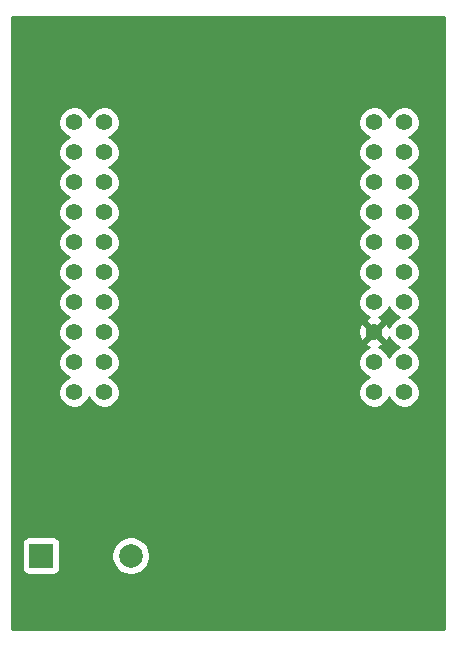
<source format=gbl>
%TF.GenerationSoftware,KiCad,Pcbnew,(5.1.9-0-10_14)*%
%TF.CreationDate,2021-02-20T18:52:58-05:00*%
%TF.ProjectId,beep_prototype,62656570-5f70-4726-9f74-6f747970652e,rev?*%
%TF.SameCoordinates,Original*%
%TF.FileFunction,Copper,L2,Bot*%
%TF.FilePolarity,Positive*%
%FSLAX46Y46*%
G04 Gerber Fmt 4.6, Leading zero omitted, Abs format (unit mm)*
G04 Created by KiCad (PCBNEW (5.1.9-0-10_14)) date 2021-02-20 18:52:58*
%MOMM*%
%LPD*%
G01*
G04 APERTURE LIST*
%TA.AperFunction,ComponentPad*%
%ADD10C,1.400000*%
%TD*%
%TA.AperFunction,ComponentPad*%
%ADD11C,2.000000*%
%TD*%
%TA.AperFunction,ComponentPad*%
%ADD12R,2.000000X2.000000*%
%TD*%
%TA.AperFunction,Conductor*%
%ADD13C,0.254000*%
%TD*%
%TA.AperFunction,Conductor*%
%ADD14C,0.100000*%
%TD*%
G04 APERTURE END LIST*
D10*
%TO.P,ESP32 DI Mini,2*%
%TO.N,Net-(U1-Pad2)*%
X132355000Y-85225000D03*
%TO.P,ESP32 DI Mini,1*%
%TO.N,GND*%
X129815000Y-85225000D03*
%TO.P,ESP32 DI Mini,3*%
%TO.N,Net-(U1-Pad3)*%
X129815000Y-87765000D03*
%TO.P,ESP32 DI Mini,4*%
%TO.N,Net-(U1-Pad4)*%
X132355000Y-87765000D03*
%TO.P,ESP32 DI Mini,5*%
%TO.N,Net-(U1-Pad5)*%
X129815000Y-90305000D03*
%TO.P,ESP32 DI Mini,6*%
%TO.N,Net-(U1-Pad6)*%
X132355000Y-90305000D03*
%TO.P,ESP32 DI Mini,7*%
%TO.N,Net-(U1-Pad7)*%
X129815000Y-92845000D03*
%TO.P,ESP32 DI Mini,8*%
%TO.N,Net-(U1-Pad8)*%
X132355000Y-92845000D03*
%TO.P,ESP32 DI Mini,9*%
%TO.N,Net-(U1-Pad9)*%
X129815000Y-95385000D03*
%TO.P,ESP32 DI Mini,10*%
%TO.N,Net-(U1-Pad10)*%
X132355000Y-95385000D03*
%TO.P,ESP32 DI Mini,11*%
%TO.N,Net-(U1-Pad11)*%
X129815000Y-97925000D03*
%TO.P,ESP32 DI Mini,12*%
%TO.N,Net-(U1-Pad12)*%
X132355000Y-97925000D03*
%TO.P,ESP32 DI Mini,13*%
%TO.N,Net-(U1-Pad13)*%
X129815000Y-100465000D03*
%TO.P,ESP32 DI Mini,14*%
%TO.N,Net-(U1-Pad14)*%
X132355000Y-100465000D03*
%TO.P,ESP32 DI Mini,15*%
%TO.N,Net-(U1-Pad15)*%
X129815000Y-103005000D03*
%TO.P,ESP32 DI Mini,16*%
%TO.N,Net-(U1-Pad16)*%
X132355000Y-103005000D03*
%TO.P,ESP32 DI Mini,17*%
%TO.N,Net-(U1-Pad17)*%
X129815000Y-105545000D03*
%TO.P,ESP32 DI Mini,18*%
%TO.N,Net-(U1-Pad18)*%
X132355000Y-105545000D03*
%TO.P,ESP32 DI Mini,19*%
%TO.N,Net-(U1-Pad19)*%
X129815000Y-108085000D03*
%TO.P,ESP32 DI Mini,20*%
%TO.N,Net-(U1-Pad20)*%
X132355000Y-108085000D03*
%TO.P,ESP32 DI Mini,21*%
%TO.N,Net-(U1-Pad21)*%
X155215000Y-85225000D03*
%TO.P,ESP32 DI Mini,22*%
%TO.N,GND*%
X157755000Y-85225000D03*
%TO.P,ESP32 DI Mini,23*%
%TO.N,Net-(U1-Pad23)*%
X155215000Y-87765000D03*
%TO.P,ESP32 DI Mini,24*%
%TO.N,Net-(U1-Pad24)*%
X157755000Y-87765000D03*
%TO.P,ESP32 DI Mini,25*%
%TO.N,Net-(U1-Pad25)*%
X155215000Y-90305000D03*
%TO.P,ESP32 DI Mini,26*%
%TO.N,Net-(U1-Pad26)*%
X157755000Y-90305000D03*
%TO.P,ESP32 DI Mini,27*%
%TO.N,Net-(SW1-Pad2)*%
X155215000Y-92845000D03*
%TO.P,ESP32 DI Mini,28*%
%TO.N,Net-(U1-Pad28)*%
X157755000Y-92845000D03*
%TO.P,ESP32 DI Mini,29*%
%TO.N,Net-(U1-Pad29)*%
X155215000Y-95385000D03*
%TO.P,ESP32 DI Mini,30*%
%TO.N,Net-(U1-Pad30)*%
X157755000Y-95385000D03*
%TO.P,ESP32 DI Mini,31*%
%TO.N,Net-(U1-Pad31)*%
X155215000Y-97925000D03*
%TO.P,ESP32 DI Mini,32*%
%TO.N,Net-(U1-Pad32)*%
X157755000Y-97925000D03*
%TO.P,ESP32 DI Mini,33*%
%TO.N,GND*%
X155215000Y-100465000D03*
%TO.P,ESP32 DI Mini,34*%
%TO.N,Net-(BZ1-Pad1)*%
X157755000Y-100465000D03*
%TO.P,ESP32 DI Mini,35*%
%TO.N,+5V*%
X155215000Y-103005000D03*
%TO.P,ESP32 DI Mini,36*%
%TO.N,Net-(U1-Pad36)*%
X157755000Y-103005000D03*
%TO.P,ESP32 DI Mini,37*%
%TO.N,Net-(U1-Pad37)*%
X155215000Y-105545000D03*
%TO.P,ESP32 DI Mini,38*%
%TO.N,Net-(U1-Pad38)*%
X157755000Y-105545000D03*
%TO.P,ESP32 DI Mini,39*%
%TO.N,Net-(U1-Pad39)*%
X155215000Y-108085000D03*
%TO.P,ESP32 DI Mini,40*%
%TO.N,Net-(U1-Pad40)*%
X157755000Y-108085000D03*
%TD*%
D11*
%TO.P,BZ1,2*%
%TO.N,GND*%
X134600000Y-121920000D03*
D12*
%TO.P,BZ1,1*%
%TO.N,Net-(BZ1-Pad1)*%
X127000000Y-121920000D03*
%TD*%
D13*
%TO.N,+5V*%
X161163000Y-128143000D02*
X124587000Y-128143000D01*
X124587000Y-120920000D01*
X125361928Y-120920000D01*
X125361928Y-122920000D01*
X125374188Y-123044482D01*
X125410498Y-123164180D01*
X125469463Y-123274494D01*
X125548815Y-123371185D01*
X125645506Y-123450537D01*
X125755820Y-123509502D01*
X125875518Y-123545812D01*
X126000000Y-123558072D01*
X128000000Y-123558072D01*
X128124482Y-123545812D01*
X128244180Y-123509502D01*
X128354494Y-123450537D01*
X128451185Y-123371185D01*
X128530537Y-123274494D01*
X128589502Y-123164180D01*
X128625812Y-123044482D01*
X128638072Y-122920000D01*
X128638072Y-121758967D01*
X132965000Y-121758967D01*
X132965000Y-122081033D01*
X133027832Y-122396912D01*
X133151082Y-122694463D01*
X133330013Y-122962252D01*
X133557748Y-123189987D01*
X133825537Y-123368918D01*
X134123088Y-123492168D01*
X134438967Y-123555000D01*
X134761033Y-123555000D01*
X135076912Y-123492168D01*
X135374463Y-123368918D01*
X135642252Y-123189987D01*
X135869987Y-122962252D01*
X136048918Y-122694463D01*
X136172168Y-122396912D01*
X136235000Y-122081033D01*
X136235000Y-121758967D01*
X136172168Y-121443088D01*
X136048918Y-121145537D01*
X135869987Y-120877748D01*
X135642252Y-120650013D01*
X135374463Y-120471082D01*
X135076912Y-120347832D01*
X134761033Y-120285000D01*
X134438967Y-120285000D01*
X134123088Y-120347832D01*
X133825537Y-120471082D01*
X133557748Y-120650013D01*
X133330013Y-120877748D01*
X133151082Y-121145537D01*
X133027832Y-121443088D01*
X132965000Y-121758967D01*
X128638072Y-121758967D01*
X128638072Y-120920000D01*
X128625812Y-120795518D01*
X128589502Y-120675820D01*
X128530537Y-120565506D01*
X128451185Y-120468815D01*
X128354494Y-120389463D01*
X128244180Y-120330498D01*
X128124482Y-120294188D01*
X128000000Y-120281928D01*
X126000000Y-120281928D01*
X125875518Y-120294188D01*
X125755820Y-120330498D01*
X125645506Y-120389463D01*
X125548815Y-120468815D01*
X125469463Y-120565506D01*
X125410498Y-120675820D01*
X125374188Y-120795518D01*
X125361928Y-120920000D01*
X124587000Y-120920000D01*
X124587000Y-85093514D01*
X128480000Y-85093514D01*
X128480000Y-85356486D01*
X128531304Y-85614405D01*
X128631939Y-85857359D01*
X128778038Y-86076013D01*
X128963987Y-86261962D01*
X129182641Y-86408061D01*
X129392530Y-86495000D01*
X129182641Y-86581939D01*
X128963987Y-86728038D01*
X128778038Y-86913987D01*
X128631939Y-87132641D01*
X128531304Y-87375595D01*
X128480000Y-87633514D01*
X128480000Y-87896486D01*
X128531304Y-88154405D01*
X128631939Y-88397359D01*
X128778038Y-88616013D01*
X128963987Y-88801962D01*
X129182641Y-88948061D01*
X129392530Y-89035000D01*
X129182641Y-89121939D01*
X128963987Y-89268038D01*
X128778038Y-89453987D01*
X128631939Y-89672641D01*
X128531304Y-89915595D01*
X128480000Y-90173514D01*
X128480000Y-90436486D01*
X128531304Y-90694405D01*
X128631939Y-90937359D01*
X128778038Y-91156013D01*
X128963987Y-91341962D01*
X129182641Y-91488061D01*
X129392530Y-91575000D01*
X129182641Y-91661939D01*
X128963987Y-91808038D01*
X128778038Y-91993987D01*
X128631939Y-92212641D01*
X128531304Y-92455595D01*
X128480000Y-92713514D01*
X128480000Y-92976486D01*
X128531304Y-93234405D01*
X128631939Y-93477359D01*
X128778038Y-93696013D01*
X128963987Y-93881962D01*
X129182641Y-94028061D01*
X129392530Y-94115000D01*
X129182641Y-94201939D01*
X128963987Y-94348038D01*
X128778038Y-94533987D01*
X128631939Y-94752641D01*
X128531304Y-94995595D01*
X128480000Y-95253514D01*
X128480000Y-95516486D01*
X128531304Y-95774405D01*
X128631939Y-96017359D01*
X128778038Y-96236013D01*
X128963987Y-96421962D01*
X129182641Y-96568061D01*
X129392530Y-96655000D01*
X129182641Y-96741939D01*
X128963987Y-96888038D01*
X128778038Y-97073987D01*
X128631939Y-97292641D01*
X128531304Y-97535595D01*
X128480000Y-97793514D01*
X128480000Y-98056486D01*
X128531304Y-98314405D01*
X128631939Y-98557359D01*
X128778038Y-98776013D01*
X128963987Y-98961962D01*
X129182641Y-99108061D01*
X129392530Y-99195000D01*
X129182641Y-99281939D01*
X128963987Y-99428038D01*
X128778038Y-99613987D01*
X128631939Y-99832641D01*
X128531304Y-100075595D01*
X128480000Y-100333514D01*
X128480000Y-100596486D01*
X128531304Y-100854405D01*
X128631939Y-101097359D01*
X128778038Y-101316013D01*
X128963987Y-101501962D01*
X129182641Y-101648061D01*
X129392530Y-101735000D01*
X129182641Y-101821939D01*
X128963987Y-101968038D01*
X128778038Y-102153987D01*
X128631939Y-102372641D01*
X128531304Y-102615595D01*
X128480000Y-102873514D01*
X128480000Y-103136486D01*
X128531304Y-103394405D01*
X128631939Y-103637359D01*
X128778038Y-103856013D01*
X128963987Y-104041962D01*
X129182641Y-104188061D01*
X129392530Y-104275000D01*
X129182641Y-104361939D01*
X128963987Y-104508038D01*
X128778038Y-104693987D01*
X128631939Y-104912641D01*
X128531304Y-105155595D01*
X128480000Y-105413514D01*
X128480000Y-105676486D01*
X128531304Y-105934405D01*
X128631939Y-106177359D01*
X128778038Y-106396013D01*
X128963987Y-106581962D01*
X129182641Y-106728061D01*
X129392530Y-106815000D01*
X129182641Y-106901939D01*
X128963987Y-107048038D01*
X128778038Y-107233987D01*
X128631939Y-107452641D01*
X128531304Y-107695595D01*
X128480000Y-107953514D01*
X128480000Y-108216486D01*
X128531304Y-108474405D01*
X128631939Y-108717359D01*
X128778038Y-108936013D01*
X128963987Y-109121962D01*
X129182641Y-109268061D01*
X129425595Y-109368696D01*
X129683514Y-109420000D01*
X129946486Y-109420000D01*
X130204405Y-109368696D01*
X130447359Y-109268061D01*
X130666013Y-109121962D01*
X130851962Y-108936013D01*
X130998061Y-108717359D01*
X131085000Y-108507470D01*
X131171939Y-108717359D01*
X131318038Y-108936013D01*
X131503987Y-109121962D01*
X131722641Y-109268061D01*
X131965595Y-109368696D01*
X132223514Y-109420000D01*
X132486486Y-109420000D01*
X132744405Y-109368696D01*
X132987359Y-109268061D01*
X133206013Y-109121962D01*
X133391962Y-108936013D01*
X133538061Y-108717359D01*
X133638696Y-108474405D01*
X133690000Y-108216486D01*
X133690000Y-107953514D01*
X133638696Y-107695595D01*
X133538061Y-107452641D01*
X133391962Y-107233987D01*
X133206013Y-107048038D01*
X132987359Y-106901939D01*
X132777470Y-106815000D01*
X132987359Y-106728061D01*
X133206013Y-106581962D01*
X133391962Y-106396013D01*
X133538061Y-106177359D01*
X133638696Y-105934405D01*
X133690000Y-105676486D01*
X133690000Y-105413514D01*
X133638696Y-105155595D01*
X133538061Y-104912641D01*
X133391962Y-104693987D01*
X133206013Y-104508038D01*
X132987359Y-104361939D01*
X132777470Y-104275000D01*
X132987359Y-104188061D01*
X133206013Y-104041962D01*
X133391962Y-103856013D01*
X133538061Y-103637359D01*
X133638696Y-103394405D01*
X133690000Y-103136486D01*
X133690000Y-103079473D01*
X153875610Y-103079473D01*
X153915875Y-103339344D01*
X154006065Y-103586366D01*
X154059963Y-103687203D01*
X154293731Y-103746664D01*
X155035395Y-103005000D01*
X154293731Y-102263336D01*
X154059963Y-102322797D01*
X153949066Y-102561242D01*
X153886817Y-102816740D01*
X153875610Y-103079473D01*
X133690000Y-103079473D01*
X133690000Y-102873514D01*
X133638696Y-102615595D01*
X133538061Y-102372641D01*
X133391962Y-102153987D01*
X133206013Y-101968038D01*
X132987359Y-101821939D01*
X132777470Y-101735000D01*
X132987359Y-101648061D01*
X133206013Y-101501962D01*
X133391962Y-101316013D01*
X133538061Y-101097359D01*
X133638696Y-100854405D01*
X133690000Y-100596486D01*
X133690000Y-100333514D01*
X133638696Y-100075595D01*
X133538061Y-99832641D01*
X133391962Y-99613987D01*
X133206013Y-99428038D01*
X132987359Y-99281939D01*
X132777470Y-99195000D01*
X132987359Y-99108061D01*
X133206013Y-98961962D01*
X133391962Y-98776013D01*
X133538061Y-98557359D01*
X133638696Y-98314405D01*
X133690000Y-98056486D01*
X133690000Y-97793514D01*
X133638696Y-97535595D01*
X133538061Y-97292641D01*
X133391962Y-97073987D01*
X133206013Y-96888038D01*
X132987359Y-96741939D01*
X132777470Y-96655000D01*
X132987359Y-96568061D01*
X133206013Y-96421962D01*
X133391962Y-96236013D01*
X133538061Y-96017359D01*
X133638696Y-95774405D01*
X133690000Y-95516486D01*
X133690000Y-95253514D01*
X133638696Y-94995595D01*
X133538061Y-94752641D01*
X133391962Y-94533987D01*
X133206013Y-94348038D01*
X132987359Y-94201939D01*
X132777470Y-94115000D01*
X132987359Y-94028061D01*
X133206013Y-93881962D01*
X133391962Y-93696013D01*
X133538061Y-93477359D01*
X133638696Y-93234405D01*
X133690000Y-92976486D01*
X133690000Y-92713514D01*
X133638696Y-92455595D01*
X133538061Y-92212641D01*
X133391962Y-91993987D01*
X133206013Y-91808038D01*
X132987359Y-91661939D01*
X132777470Y-91575000D01*
X132987359Y-91488061D01*
X133206013Y-91341962D01*
X133391962Y-91156013D01*
X133538061Y-90937359D01*
X133638696Y-90694405D01*
X133690000Y-90436486D01*
X133690000Y-90173514D01*
X133638696Y-89915595D01*
X133538061Y-89672641D01*
X133391962Y-89453987D01*
X133206013Y-89268038D01*
X132987359Y-89121939D01*
X132777470Y-89035000D01*
X132987359Y-88948061D01*
X133206013Y-88801962D01*
X133391962Y-88616013D01*
X133538061Y-88397359D01*
X133638696Y-88154405D01*
X133690000Y-87896486D01*
X133690000Y-87633514D01*
X133638696Y-87375595D01*
X133538061Y-87132641D01*
X133391962Y-86913987D01*
X133206013Y-86728038D01*
X132987359Y-86581939D01*
X132777470Y-86495000D01*
X132987359Y-86408061D01*
X133206013Y-86261962D01*
X133391962Y-86076013D01*
X133538061Y-85857359D01*
X133638696Y-85614405D01*
X133690000Y-85356486D01*
X133690000Y-85093514D01*
X153880000Y-85093514D01*
X153880000Y-85356486D01*
X153931304Y-85614405D01*
X154031939Y-85857359D01*
X154178038Y-86076013D01*
X154363987Y-86261962D01*
X154582641Y-86408061D01*
X154792530Y-86495000D01*
X154582641Y-86581939D01*
X154363987Y-86728038D01*
X154178038Y-86913987D01*
X154031939Y-87132641D01*
X153931304Y-87375595D01*
X153880000Y-87633514D01*
X153880000Y-87896486D01*
X153931304Y-88154405D01*
X154031939Y-88397359D01*
X154178038Y-88616013D01*
X154363987Y-88801962D01*
X154582641Y-88948061D01*
X154792530Y-89035000D01*
X154582641Y-89121939D01*
X154363987Y-89268038D01*
X154178038Y-89453987D01*
X154031939Y-89672641D01*
X153931304Y-89915595D01*
X153880000Y-90173514D01*
X153880000Y-90436486D01*
X153931304Y-90694405D01*
X154031939Y-90937359D01*
X154178038Y-91156013D01*
X154363987Y-91341962D01*
X154582641Y-91488061D01*
X154792530Y-91575000D01*
X154582641Y-91661939D01*
X154363987Y-91808038D01*
X154178038Y-91993987D01*
X154031939Y-92212641D01*
X153931304Y-92455595D01*
X153880000Y-92713514D01*
X153880000Y-92976486D01*
X153931304Y-93234405D01*
X154031939Y-93477359D01*
X154178038Y-93696013D01*
X154363987Y-93881962D01*
X154582641Y-94028061D01*
X154792530Y-94115000D01*
X154582641Y-94201939D01*
X154363987Y-94348038D01*
X154178038Y-94533987D01*
X154031939Y-94752641D01*
X153931304Y-94995595D01*
X153880000Y-95253514D01*
X153880000Y-95516486D01*
X153931304Y-95774405D01*
X154031939Y-96017359D01*
X154178038Y-96236013D01*
X154363987Y-96421962D01*
X154582641Y-96568061D01*
X154792530Y-96655000D01*
X154582641Y-96741939D01*
X154363987Y-96888038D01*
X154178038Y-97073987D01*
X154031939Y-97292641D01*
X153931304Y-97535595D01*
X153880000Y-97793514D01*
X153880000Y-98056486D01*
X153931304Y-98314405D01*
X154031939Y-98557359D01*
X154178038Y-98776013D01*
X154363987Y-98961962D01*
X154582641Y-99108061D01*
X154792530Y-99195000D01*
X154582641Y-99281939D01*
X154363987Y-99428038D01*
X154178038Y-99613987D01*
X154031939Y-99832641D01*
X153931304Y-100075595D01*
X153880000Y-100333514D01*
X153880000Y-100596486D01*
X153931304Y-100854405D01*
X154031939Y-101097359D01*
X154178038Y-101316013D01*
X154363987Y-101501962D01*
X154582641Y-101648061D01*
X154796444Y-101736621D01*
X154633634Y-101796065D01*
X154532797Y-101849963D01*
X154473336Y-102083731D01*
X155215000Y-102825395D01*
X155956664Y-102083731D01*
X155897203Y-101849963D01*
X155658758Y-101739066D01*
X155639173Y-101734294D01*
X155847359Y-101648061D01*
X156066013Y-101501962D01*
X156251962Y-101316013D01*
X156398061Y-101097359D01*
X156485000Y-100887470D01*
X156571939Y-101097359D01*
X156718038Y-101316013D01*
X156903987Y-101501962D01*
X157122641Y-101648061D01*
X157332530Y-101735000D01*
X157122641Y-101821939D01*
X156903987Y-101968038D01*
X156718038Y-102153987D01*
X156571939Y-102372641D01*
X156483379Y-102586444D01*
X156423935Y-102423634D01*
X156370037Y-102322797D01*
X156136269Y-102263336D01*
X155394605Y-103005000D01*
X156136269Y-103746664D01*
X156370037Y-103687203D01*
X156480934Y-103448758D01*
X156485706Y-103429173D01*
X156571939Y-103637359D01*
X156718038Y-103856013D01*
X156903987Y-104041962D01*
X157122641Y-104188061D01*
X157332530Y-104275000D01*
X157122641Y-104361939D01*
X156903987Y-104508038D01*
X156718038Y-104693987D01*
X156571939Y-104912641D01*
X156485000Y-105122530D01*
X156398061Y-104912641D01*
X156251962Y-104693987D01*
X156066013Y-104508038D01*
X155847359Y-104361939D01*
X155633556Y-104273379D01*
X155796366Y-104213935D01*
X155897203Y-104160037D01*
X155956664Y-103926269D01*
X155215000Y-103184605D01*
X154473336Y-103926269D01*
X154532797Y-104160037D01*
X154771242Y-104270934D01*
X154790827Y-104275706D01*
X154582641Y-104361939D01*
X154363987Y-104508038D01*
X154178038Y-104693987D01*
X154031939Y-104912641D01*
X153931304Y-105155595D01*
X153880000Y-105413514D01*
X153880000Y-105676486D01*
X153931304Y-105934405D01*
X154031939Y-106177359D01*
X154178038Y-106396013D01*
X154363987Y-106581962D01*
X154582641Y-106728061D01*
X154792530Y-106815000D01*
X154582641Y-106901939D01*
X154363987Y-107048038D01*
X154178038Y-107233987D01*
X154031939Y-107452641D01*
X153931304Y-107695595D01*
X153880000Y-107953514D01*
X153880000Y-108216486D01*
X153931304Y-108474405D01*
X154031939Y-108717359D01*
X154178038Y-108936013D01*
X154363987Y-109121962D01*
X154582641Y-109268061D01*
X154825595Y-109368696D01*
X155083514Y-109420000D01*
X155346486Y-109420000D01*
X155604405Y-109368696D01*
X155847359Y-109268061D01*
X156066013Y-109121962D01*
X156251962Y-108936013D01*
X156398061Y-108717359D01*
X156485000Y-108507470D01*
X156571939Y-108717359D01*
X156718038Y-108936013D01*
X156903987Y-109121962D01*
X157122641Y-109268061D01*
X157365595Y-109368696D01*
X157623514Y-109420000D01*
X157886486Y-109420000D01*
X158144405Y-109368696D01*
X158387359Y-109268061D01*
X158606013Y-109121962D01*
X158791962Y-108936013D01*
X158938061Y-108717359D01*
X159038696Y-108474405D01*
X159090000Y-108216486D01*
X159090000Y-107953514D01*
X159038696Y-107695595D01*
X158938061Y-107452641D01*
X158791962Y-107233987D01*
X158606013Y-107048038D01*
X158387359Y-106901939D01*
X158177470Y-106815000D01*
X158387359Y-106728061D01*
X158606013Y-106581962D01*
X158791962Y-106396013D01*
X158938061Y-106177359D01*
X159038696Y-105934405D01*
X159090000Y-105676486D01*
X159090000Y-105413514D01*
X159038696Y-105155595D01*
X158938061Y-104912641D01*
X158791962Y-104693987D01*
X158606013Y-104508038D01*
X158387359Y-104361939D01*
X158177470Y-104275000D01*
X158387359Y-104188061D01*
X158606013Y-104041962D01*
X158791962Y-103856013D01*
X158938061Y-103637359D01*
X159038696Y-103394405D01*
X159090000Y-103136486D01*
X159090000Y-102873514D01*
X159038696Y-102615595D01*
X158938061Y-102372641D01*
X158791962Y-102153987D01*
X158606013Y-101968038D01*
X158387359Y-101821939D01*
X158177470Y-101735000D01*
X158387359Y-101648061D01*
X158606013Y-101501962D01*
X158791962Y-101316013D01*
X158938061Y-101097359D01*
X159038696Y-100854405D01*
X159090000Y-100596486D01*
X159090000Y-100333514D01*
X159038696Y-100075595D01*
X158938061Y-99832641D01*
X158791962Y-99613987D01*
X158606013Y-99428038D01*
X158387359Y-99281939D01*
X158177470Y-99195000D01*
X158387359Y-99108061D01*
X158606013Y-98961962D01*
X158791962Y-98776013D01*
X158938061Y-98557359D01*
X159038696Y-98314405D01*
X159090000Y-98056486D01*
X159090000Y-97793514D01*
X159038696Y-97535595D01*
X158938061Y-97292641D01*
X158791962Y-97073987D01*
X158606013Y-96888038D01*
X158387359Y-96741939D01*
X158177470Y-96655000D01*
X158387359Y-96568061D01*
X158606013Y-96421962D01*
X158791962Y-96236013D01*
X158938061Y-96017359D01*
X159038696Y-95774405D01*
X159090000Y-95516486D01*
X159090000Y-95253514D01*
X159038696Y-94995595D01*
X158938061Y-94752641D01*
X158791962Y-94533987D01*
X158606013Y-94348038D01*
X158387359Y-94201939D01*
X158177470Y-94115000D01*
X158387359Y-94028061D01*
X158606013Y-93881962D01*
X158791962Y-93696013D01*
X158938061Y-93477359D01*
X159038696Y-93234405D01*
X159090000Y-92976486D01*
X159090000Y-92713514D01*
X159038696Y-92455595D01*
X158938061Y-92212641D01*
X158791962Y-91993987D01*
X158606013Y-91808038D01*
X158387359Y-91661939D01*
X158177470Y-91575000D01*
X158387359Y-91488061D01*
X158606013Y-91341962D01*
X158791962Y-91156013D01*
X158938061Y-90937359D01*
X159038696Y-90694405D01*
X159090000Y-90436486D01*
X159090000Y-90173514D01*
X159038696Y-89915595D01*
X158938061Y-89672641D01*
X158791962Y-89453987D01*
X158606013Y-89268038D01*
X158387359Y-89121939D01*
X158177470Y-89035000D01*
X158387359Y-88948061D01*
X158606013Y-88801962D01*
X158791962Y-88616013D01*
X158938061Y-88397359D01*
X159038696Y-88154405D01*
X159090000Y-87896486D01*
X159090000Y-87633514D01*
X159038696Y-87375595D01*
X158938061Y-87132641D01*
X158791962Y-86913987D01*
X158606013Y-86728038D01*
X158387359Y-86581939D01*
X158177470Y-86495000D01*
X158387359Y-86408061D01*
X158606013Y-86261962D01*
X158791962Y-86076013D01*
X158938061Y-85857359D01*
X159038696Y-85614405D01*
X159090000Y-85356486D01*
X159090000Y-85093514D01*
X159038696Y-84835595D01*
X158938061Y-84592641D01*
X158791962Y-84373987D01*
X158606013Y-84188038D01*
X158387359Y-84041939D01*
X158144405Y-83941304D01*
X157886486Y-83890000D01*
X157623514Y-83890000D01*
X157365595Y-83941304D01*
X157122641Y-84041939D01*
X156903987Y-84188038D01*
X156718038Y-84373987D01*
X156571939Y-84592641D01*
X156485000Y-84802530D01*
X156398061Y-84592641D01*
X156251962Y-84373987D01*
X156066013Y-84188038D01*
X155847359Y-84041939D01*
X155604405Y-83941304D01*
X155346486Y-83890000D01*
X155083514Y-83890000D01*
X154825595Y-83941304D01*
X154582641Y-84041939D01*
X154363987Y-84188038D01*
X154178038Y-84373987D01*
X154031939Y-84592641D01*
X153931304Y-84835595D01*
X153880000Y-85093514D01*
X133690000Y-85093514D01*
X133638696Y-84835595D01*
X133538061Y-84592641D01*
X133391962Y-84373987D01*
X133206013Y-84188038D01*
X132987359Y-84041939D01*
X132744405Y-83941304D01*
X132486486Y-83890000D01*
X132223514Y-83890000D01*
X131965595Y-83941304D01*
X131722641Y-84041939D01*
X131503987Y-84188038D01*
X131318038Y-84373987D01*
X131171939Y-84592641D01*
X131085000Y-84802530D01*
X130998061Y-84592641D01*
X130851962Y-84373987D01*
X130666013Y-84188038D01*
X130447359Y-84041939D01*
X130204405Y-83941304D01*
X129946486Y-83890000D01*
X129683514Y-83890000D01*
X129425595Y-83941304D01*
X129182641Y-84041939D01*
X128963987Y-84188038D01*
X128778038Y-84373987D01*
X128631939Y-84592641D01*
X128531304Y-84835595D01*
X128480000Y-85093514D01*
X124587000Y-85093514D01*
X124587000Y-76327000D01*
X161163000Y-76327000D01*
X161163000Y-128143000D01*
%TA.AperFunction,Conductor*%
D14*
G36*
X161163000Y-128143000D02*
G01*
X124587000Y-128143000D01*
X124587000Y-120920000D01*
X125361928Y-120920000D01*
X125361928Y-122920000D01*
X125374188Y-123044482D01*
X125410498Y-123164180D01*
X125469463Y-123274494D01*
X125548815Y-123371185D01*
X125645506Y-123450537D01*
X125755820Y-123509502D01*
X125875518Y-123545812D01*
X126000000Y-123558072D01*
X128000000Y-123558072D01*
X128124482Y-123545812D01*
X128244180Y-123509502D01*
X128354494Y-123450537D01*
X128451185Y-123371185D01*
X128530537Y-123274494D01*
X128589502Y-123164180D01*
X128625812Y-123044482D01*
X128638072Y-122920000D01*
X128638072Y-121758967D01*
X132965000Y-121758967D01*
X132965000Y-122081033D01*
X133027832Y-122396912D01*
X133151082Y-122694463D01*
X133330013Y-122962252D01*
X133557748Y-123189987D01*
X133825537Y-123368918D01*
X134123088Y-123492168D01*
X134438967Y-123555000D01*
X134761033Y-123555000D01*
X135076912Y-123492168D01*
X135374463Y-123368918D01*
X135642252Y-123189987D01*
X135869987Y-122962252D01*
X136048918Y-122694463D01*
X136172168Y-122396912D01*
X136235000Y-122081033D01*
X136235000Y-121758967D01*
X136172168Y-121443088D01*
X136048918Y-121145537D01*
X135869987Y-120877748D01*
X135642252Y-120650013D01*
X135374463Y-120471082D01*
X135076912Y-120347832D01*
X134761033Y-120285000D01*
X134438967Y-120285000D01*
X134123088Y-120347832D01*
X133825537Y-120471082D01*
X133557748Y-120650013D01*
X133330013Y-120877748D01*
X133151082Y-121145537D01*
X133027832Y-121443088D01*
X132965000Y-121758967D01*
X128638072Y-121758967D01*
X128638072Y-120920000D01*
X128625812Y-120795518D01*
X128589502Y-120675820D01*
X128530537Y-120565506D01*
X128451185Y-120468815D01*
X128354494Y-120389463D01*
X128244180Y-120330498D01*
X128124482Y-120294188D01*
X128000000Y-120281928D01*
X126000000Y-120281928D01*
X125875518Y-120294188D01*
X125755820Y-120330498D01*
X125645506Y-120389463D01*
X125548815Y-120468815D01*
X125469463Y-120565506D01*
X125410498Y-120675820D01*
X125374188Y-120795518D01*
X125361928Y-120920000D01*
X124587000Y-120920000D01*
X124587000Y-85093514D01*
X128480000Y-85093514D01*
X128480000Y-85356486D01*
X128531304Y-85614405D01*
X128631939Y-85857359D01*
X128778038Y-86076013D01*
X128963987Y-86261962D01*
X129182641Y-86408061D01*
X129392530Y-86495000D01*
X129182641Y-86581939D01*
X128963987Y-86728038D01*
X128778038Y-86913987D01*
X128631939Y-87132641D01*
X128531304Y-87375595D01*
X128480000Y-87633514D01*
X128480000Y-87896486D01*
X128531304Y-88154405D01*
X128631939Y-88397359D01*
X128778038Y-88616013D01*
X128963987Y-88801962D01*
X129182641Y-88948061D01*
X129392530Y-89035000D01*
X129182641Y-89121939D01*
X128963987Y-89268038D01*
X128778038Y-89453987D01*
X128631939Y-89672641D01*
X128531304Y-89915595D01*
X128480000Y-90173514D01*
X128480000Y-90436486D01*
X128531304Y-90694405D01*
X128631939Y-90937359D01*
X128778038Y-91156013D01*
X128963987Y-91341962D01*
X129182641Y-91488061D01*
X129392530Y-91575000D01*
X129182641Y-91661939D01*
X128963987Y-91808038D01*
X128778038Y-91993987D01*
X128631939Y-92212641D01*
X128531304Y-92455595D01*
X128480000Y-92713514D01*
X128480000Y-92976486D01*
X128531304Y-93234405D01*
X128631939Y-93477359D01*
X128778038Y-93696013D01*
X128963987Y-93881962D01*
X129182641Y-94028061D01*
X129392530Y-94115000D01*
X129182641Y-94201939D01*
X128963987Y-94348038D01*
X128778038Y-94533987D01*
X128631939Y-94752641D01*
X128531304Y-94995595D01*
X128480000Y-95253514D01*
X128480000Y-95516486D01*
X128531304Y-95774405D01*
X128631939Y-96017359D01*
X128778038Y-96236013D01*
X128963987Y-96421962D01*
X129182641Y-96568061D01*
X129392530Y-96655000D01*
X129182641Y-96741939D01*
X128963987Y-96888038D01*
X128778038Y-97073987D01*
X128631939Y-97292641D01*
X128531304Y-97535595D01*
X128480000Y-97793514D01*
X128480000Y-98056486D01*
X128531304Y-98314405D01*
X128631939Y-98557359D01*
X128778038Y-98776013D01*
X128963987Y-98961962D01*
X129182641Y-99108061D01*
X129392530Y-99195000D01*
X129182641Y-99281939D01*
X128963987Y-99428038D01*
X128778038Y-99613987D01*
X128631939Y-99832641D01*
X128531304Y-100075595D01*
X128480000Y-100333514D01*
X128480000Y-100596486D01*
X128531304Y-100854405D01*
X128631939Y-101097359D01*
X128778038Y-101316013D01*
X128963987Y-101501962D01*
X129182641Y-101648061D01*
X129392530Y-101735000D01*
X129182641Y-101821939D01*
X128963987Y-101968038D01*
X128778038Y-102153987D01*
X128631939Y-102372641D01*
X128531304Y-102615595D01*
X128480000Y-102873514D01*
X128480000Y-103136486D01*
X128531304Y-103394405D01*
X128631939Y-103637359D01*
X128778038Y-103856013D01*
X128963987Y-104041962D01*
X129182641Y-104188061D01*
X129392530Y-104275000D01*
X129182641Y-104361939D01*
X128963987Y-104508038D01*
X128778038Y-104693987D01*
X128631939Y-104912641D01*
X128531304Y-105155595D01*
X128480000Y-105413514D01*
X128480000Y-105676486D01*
X128531304Y-105934405D01*
X128631939Y-106177359D01*
X128778038Y-106396013D01*
X128963987Y-106581962D01*
X129182641Y-106728061D01*
X129392530Y-106815000D01*
X129182641Y-106901939D01*
X128963987Y-107048038D01*
X128778038Y-107233987D01*
X128631939Y-107452641D01*
X128531304Y-107695595D01*
X128480000Y-107953514D01*
X128480000Y-108216486D01*
X128531304Y-108474405D01*
X128631939Y-108717359D01*
X128778038Y-108936013D01*
X128963987Y-109121962D01*
X129182641Y-109268061D01*
X129425595Y-109368696D01*
X129683514Y-109420000D01*
X129946486Y-109420000D01*
X130204405Y-109368696D01*
X130447359Y-109268061D01*
X130666013Y-109121962D01*
X130851962Y-108936013D01*
X130998061Y-108717359D01*
X131085000Y-108507470D01*
X131171939Y-108717359D01*
X131318038Y-108936013D01*
X131503987Y-109121962D01*
X131722641Y-109268061D01*
X131965595Y-109368696D01*
X132223514Y-109420000D01*
X132486486Y-109420000D01*
X132744405Y-109368696D01*
X132987359Y-109268061D01*
X133206013Y-109121962D01*
X133391962Y-108936013D01*
X133538061Y-108717359D01*
X133638696Y-108474405D01*
X133690000Y-108216486D01*
X133690000Y-107953514D01*
X133638696Y-107695595D01*
X133538061Y-107452641D01*
X133391962Y-107233987D01*
X133206013Y-107048038D01*
X132987359Y-106901939D01*
X132777470Y-106815000D01*
X132987359Y-106728061D01*
X133206013Y-106581962D01*
X133391962Y-106396013D01*
X133538061Y-106177359D01*
X133638696Y-105934405D01*
X133690000Y-105676486D01*
X133690000Y-105413514D01*
X133638696Y-105155595D01*
X133538061Y-104912641D01*
X133391962Y-104693987D01*
X133206013Y-104508038D01*
X132987359Y-104361939D01*
X132777470Y-104275000D01*
X132987359Y-104188061D01*
X133206013Y-104041962D01*
X133391962Y-103856013D01*
X133538061Y-103637359D01*
X133638696Y-103394405D01*
X133690000Y-103136486D01*
X133690000Y-103079473D01*
X153875610Y-103079473D01*
X153915875Y-103339344D01*
X154006065Y-103586366D01*
X154059963Y-103687203D01*
X154293731Y-103746664D01*
X155035395Y-103005000D01*
X154293731Y-102263336D01*
X154059963Y-102322797D01*
X153949066Y-102561242D01*
X153886817Y-102816740D01*
X153875610Y-103079473D01*
X133690000Y-103079473D01*
X133690000Y-102873514D01*
X133638696Y-102615595D01*
X133538061Y-102372641D01*
X133391962Y-102153987D01*
X133206013Y-101968038D01*
X132987359Y-101821939D01*
X132777470Y-101735000D01*
X132987359Y-101648061D01*
X133206013Y-101501962D01*
X133391962Y-101316013D01*
X133538061Y-101097359D01*
X133638696Y-100854405D01*
X133690000Y-100596486D01*
X133690000Y-100333514D01*
X133638696Y-100075595D01*
X133538061Y-99832641D01*
X133391962Y-99613987D01*
X133206013Y-99428038D01*
X132987359Y-99281939D01*
X132777470Y-99195000D01*
X132987359Y-99108061D01*
X133206013Y-98961962D01*
X133391962Y-98776013D01*
X133538061Y-98557359D01*
X133638696Y-98314405D01*
X133690000Y-98056486D01*
X133690000Y-97793514D01*
X133638696Y-97535595D01*
X133538061Y-97292641D01*
X133391962Y-97073987D01*
X133206013Y-96888038D01*
X132987359Y-96741939D01*
X132777470Y-96655000D01*
X132987359Y-96568061D01*
X133206013Y-96421962D01*
X133391962Y-96236013D01*
X133538061Y-96017359D01*
X133638696Y-95774405D01*
X133690000Y-95516486D01*
X133690000Y-95253514D01*
X133638696Y-94995595D01*
X133538061Y-94752641D01*
X133391962Y-94533987D01*
X133206013Y-94348038D01*
X132987359Y-94201939D01*
X132777470Y-94115000D01*
X132987359Y-94028061D01*
X133206013Y-93881962D01*
X133391962Y-93696013D01*
X133538061Y-93477359D01*
X133638696Y-93234405D01*
X133690000Y-92976486D01*
X133690000Y-92713514D01*
X133638696Y-92455595D01*
X133538061Y-92212641D01*
X133391962Y-91993987D01*
X133206013Y-91808038D01*
X132987359Y-91661939D01*
X132777470Y-91575000D01*
X132987359Y-91488061D01*
X133206013Y-91341962D01*
X133391962Y-91156013D01*
X133538061Y-90937359D01*
X133638696Y-90694405D01*
X133690000Y-90436486D01*
X133690000Y-90173514D01*
X133638696Y-89915595D01*
X133538061Y-89672641D01*
X133391962Y-89453987D01*
X133206013Y-89268038D01*
X132987359Y-89121939D01*
X132777470Y-89035000D01*
X132987359Y-88948061D01*
X133206013Y-88801962D01*
X133391962Y-88616013D01*
X133538061Y-88397359D01*
X133638696Y-88154405D01*
X133690000Y-87896486D01*
X133690000Y-87633514D01*
X133638696Y-87375595D01*
X133538061Y-87132641D01*
X133391962Y-86913987D01*
X133206013Y-86728038D01*
X132987359Y-86581939D01*
X132777470Y-86495000D01*
X132987359Y-86408061D01*
X133206013Y-86261962D01*
X133391962Y-86076013D01*
X133538061Y-85857359D01*
X133638696Y-85614405D01*
X133690000Y-85356486D01*
X133690000Y-85093514D01*
X153880000Y-85093514D01*
X153880000Y-85356486D01*
X153931304Y-85614405D01*
X154031939Y-85857359D01*
X154178038Y-86076013D01*
X154363987Y-86261962D01*
X154582641Y-86408061D01*
X154792530Y-86495000D01*
X154582641Y-86581939D01*
X154363987Y-86728038D01*
X154178038Y-86913987D01*
X154031939Y-87132641D01*
X153931304Y-87375595D01*
X153880000Y-87633514D01*
X153880000Y-87896486D01*
X153931304Y-88154405D01*
X154031939Y-88397359D01*
X154178038Y-88616013D01*
X154363987Y-88801962D01*
X154582641Y-88948061D01*
X154792530Y-89035000D01*
X154582641Y-89121939D01*
X154363987Y-89268038D01*
X154178038Y-89453987D01*
X154031939Y-89672641D01*
X153931304Y-89915595D01*
X153880000Y-90173514D01*
X153880000Y-90436486D01*
X153931304Y-90694405D01*
X154031939Y-90937359D01*
X154178038Y-91156013D01*
X154363987Y-91341962D01*
X154582641Y-91488061D01*
X154792530Y-91575000D01*
X154582641Y-91661939D01*
X154363987Y-91808038D01*
X154178038Y-91993987D01*
X154031939Y-92212641D01*
X153931304Y-92455595D01*
X153880000Y-92713514D01*
X153880000Y-92976486D01*
X153931304Y-93234405D01*
X154031939Y-93477359D01*
X154178038Y-93696013D01*
X154363987Y-93881962D01*
X154582641Y-94028061D01*
X154792530Y-94115000D01*
X154582641Y-94201939D01*
X154363987Y-94348038D01*
X154178038Y-94533987D01*
X154031939Y-94752641D01*
X153931304Y-94995595D01*
X153880000Y-95253514D01*
X153880000Y-95516486D01*
X153931304Y-95774405D01*
X154031939Y-96017359D01*
X154178038Y-96236013D01*
X154363987Y-96421962D01*
X154582641Y-96568061D01*
X154792530Y-96655000D01*
X154582641Y-96741939D01*
X154363987Y-96888038D01*
X154178038Y-97073987D01*
X154031939Y-97292641D01*
X153931304Y-97535595D01*
X153880000Y-97793514D01*
X153880000Y-98056486D01*
X153931304Y-98314405D01*
X154031939Y-98557359D01*
X154178038Y-98776013D01*
X154363987Y-98961962D01*
X154582641Y-99108061D01*
X154792530Y-99195000D01*
X154582641Y-99281939D01*
X154363987Y-99428038D01*
X154178038Y-99613987D01*
X154031939Y-99832641D01*
X153931304Y-100075595D01*
X153880000Y-100333514D01*
X153880000Y-100596486D01*
X153931304Y-100854405D01*
X154031939Y-101097359D01*
X154178038Y-101316013D01*
X154363987Y-101501962D01*
X154582641Y-101648061D01*
X154796444Y-101736621D01*
X154633634Y-101796065D01*
X154532797Y-101849963D01*
X154473336Y-102083731D01*
X155215000Y-102825395D01*
X155956664Y-102083731D01*
X155897203Y-101849963D01*
X155658758Y-101739066D01*
X155639173Y-101734294D01*
X155847359Y-101648061D01*
X156066013Y-101501962D01*
X156251962Y-101316013D01*
X156398061Y-101097359D01*
X156485000Y-100887470D01*
X156571939Y-101097359D01*
X156718038Y-101316013D01*
X156903987Y-101501962D01*
X157122641Y-101648061D01*
X157332530Y-101735000D01*
X157122641Y-101821939D01*
X156903987Y-101968038D01*
X156718038Y-102153987D01*
X156571939Y-102372641D01*
X156483379Y-102586444D01*
X156423935Y-102423634D01*
X156370037Y-102322797D01*
X156136269Y-102263336D01*
X155394605Y-103005000D01*
X156136269Y-103746664D01*
X156370037Y-103687203D01*
X156480934Y-103448758D01*
X156485706Y-103429173D01*
X156571939Y-103637359D01*
X156718038Y-103856013D01*
X156903987Y-104041962D01*
X157122641Y-104188061D01*
X157332530Y-104275000D01*
X157122641Y-104361939D01*
X156903987Y-104508038D01*
X156718038Y-104693987D01*
X156571939Y-104912641D01*
X156485000Y-105122530D01*
X156398061Y-104912641D01*
X156251962Y-104693987D01*
X156066013Y-104508038D01*
X155847359Y-104361939D01*
X155633556Y-104273379D01*
X155796366Y-104213935D01*
X155897203Y-104160037D01*
X155956664Y-103926269D01*
X155215000Y-103184605D01*
X154473336Y-103926269D01*
X154532797Y-104160037D01*
X154771242Y-104270934D01*
X154790827Y-104275706D01*
X154582641Y-104361939D01*
X154363987Y-104508038D01*
X154178038Y-104693987D01*
X154031939Y-104912641D01*
X153931304Y-105155595D01*
X153880000Y-105413514D01*
X153880000Y-105676486D01*
X153931304Y-105934405D01*
X154031939Y-106177359D01*
X154178038Y-106396013D01*
X154363987Y-106581962D01*
X154582641Y-106728061D01*
X154792530Y-106815000D01*
X154582641Y-106901939D01*
X154363987Y-107048038D01*
X154178038Y-107233987D01*
X154031939Y-107452641D01*
X153931304Y-107695595D01*
X153880000Y-107953514D01*
X153880000Y-108216486D01*
X153931304Y-108474405D01*
X154031939Y-108717359D01*
X154178038Y-108936013D01*
X154363987Y-109121962D01*
X154582641Y-109268061D01*
X154825595Y-109368696D01*
X155083514Y-109420000D01*
X155346486Y-109420000D01*
X155604405Y-109368696D01*
X155847359Y-109268061D01*
X156066013Y-109121962D01*
X156251962Y-108936013D01*
X156398061Y-108717359D01*
X156485000Y-108507470D01*
X156571939Y-108717359D01*
X156718038Y-108936013D01*
X156903987Y-109121962D01*
X157122641Y-109268061D01*
X157365595Y-109368696D01*
X157623514Y-109420000D01*
X157886486Y-109420000D01*
X158144405Y-109368696D01*
X158387359Y-109268061D01*
X158606013Y-109121962D01*
X158791962Y-108936013D01*
X158938061Y-108717359D01*
X159038696Y-108474405D01*
X159090000Y-108216486D01*
X159090000Y-107953514D01*
X159038696Y-107695595D01*
X158938061Y-107452641D01*
X158791962Y-107233987D01*
X158606013Y-107048038D01*
X158387359Y-106901939D01*
X158177470Y-106815000D01*
X158387359Y-106728061D01*
X158606013Y-106581962D01*
X158791962Y-106396013D01*
X158938061Y-106177359D01*
X159038696Y-105934405D01*
X159090000Y-105676486D01*
X159090000Y-105413514D01*
X159038696Y-105155595D01*
X158938061Y-104912641D01*
X158791962Y-104693987D01*
X158606013Y-104508038D01*
X158387359Y-104361939D01*
X158177470Y-104275000D01*
X158387359Y-104188061D01*
X158606013Y-104041962D01*
X158791962Y-103856013D01*
X158938061Y-103637359D01*
X159038696Y-103394405D01*
X159090000Y-103136486D01*
X159090000Y-102873514D01*
X159038696Y-102615595D01*
X158938061Y-102372641D01*
X158791962Y-102153987D01*
X158606013Y-101968038D01*
X158387359Y-101821939D01*
X158177470Y-101735000D01*
X158387359Y-101648061D01*
X158606013Y-101501962D01*
X158791962Y-101316013D01*
X158938061Y-101097359D01*
X159038696Y-100854405D01*
X159090000Y-100596486D01*
X159090000Y-100333514D01*
X159038696Y-100075595D01*
X158938061Y-99832641D01*
X158791962Y-99613987D01*
X158606013Y-99428038D01*
X158387359Y-99281939D01*
X158177470Y-99195000D01*
X158387359Y-99108061D01*
X158606013Y-98961962D01*
X158791962Y-98776013D01*
X158938061Y-98557359D01*
X159038696Y-98314405D01*
X159090000Y-98056486D01*
X159090000Y-97793514D01*
X159038696Y-97535595D01*
X158938061Y-97292641D01*
X158791962Y-97073987D01*
X158606013Y-96888038D01*
X158387359Y-96741939D01*
X158177470Y-96655000D01*
X158387359Y-96568061D01*
X158606013Y-96421962D01*
X158791962Y-96236013D01*
X158938061Y-96017359D01*
X159038696Y-95774405D01*
X159090000Y-95516486D01*
X159090000Y-95253514D01*
X159038696Y-94995595D01*
X158938061Y-94752641D01*
X158791962Y-94533987D01*
X158606013Y-94348038D01*
X158387359Y-94201939D01*
X158177470Y-94115000D01*
X158387359Y-94028061D01*
X158606013Y-93881962D01*
X158791962Y-93696013D01*
X158938061Y-93477359D01*
X159038696Y-93234405D01*
X159090000Y-92976486D01*
X159090000Y-92713514D01*
X159038696Y-92455595D01*
X158938061Y-92212641D01*
X158791962Y-91993987D01*
X158606013Y-91808038D01*
X158387359Y-91661939D01*
X158177470Y-91575000D01*
X158387359Y-91488061D01*
X158606013Y-91341962D01*
X158791962Y-91156013D01*
X158938061Y-90937359D01*
X159038696Y-90694405D01*
X159090000Y-90436486D01*
X159090000Y-90173514D01*
X159038696Y-89915595D01*
X158938061Y-89672641D01*
X158791962Y-89453987D01*
X158606013Y-89268038D01*
X158387359Y-89121939D01*
X158177470Y-89035000D01*
X158387359Y-88948061D01*
X158606013Y-88801962D01*
X158791962Y-88616013D01*
X158938061Y-88397359D01*
X159038696Y-88154405D01*
X159090000Y-87896486D01*
X159090000Y-87633514D01*
X159038696Y-87375595D01*
X158938061Y-87132641D01*
X158791962Y-86913987D01*
X158606013Y-86728038D01*
X158387359Y-86581939D01*
X158177470Y-86495000D01*
X158387359Y-86408061D01*
X158606013Y-86261962D01*
X158791962Y-86076013D01*
X158938061Y-85857359D01*
X159038696Y-85614405D01*
X159090000Y-85356486D01*
X159090000Y-85093514D01*
X159038696Y-84835595D01*
X158938061Y-84592641D01*
X158791962Y-84373987D01*
X158606013Y-84188038D01*
X158387359Y-84041939D01*
X158144405Y-83941304D01*
X157886486Y-83890000D01*
X157623514Y-83890000D01*
X157365595Y-83941304D01*
X157122641Y-84041939D01*
X156903987Y-84188038D01*
X156718038Y-84373987D01*
X156571939Y-84592641D01*
X156485000Y-84802530D01*
X156398061Y-84592641D01*
X156251962Y-84373987D01*
X156066013Y-84188038D01*
X155847359Y-84041939D01*
X155604405Y-83941304D01*
X155346486Y-83890000D01*
X155083514Y-83890000D01*
X154825595Y-83941304D01*
X154582641Y-84041939D01*
X154363987Y-84188038D01*
X154178038Y-84373987D01*
X154031939Y-84592641D01*
X153931304Y-84835595D01*
X153880000Y-85093514D01*
X133690000Y-85093514D01*
X133638696Y-84835595D01*
X133538061Y-84592641D01*
X133391962Y-84373987D01*
X133206013Y-84188038D01*
X132987359Y-84041939D01*
X132744405Y-83941304D01*
X132486486Y-83890000D01*
X132223514Y-83890000D01*
X131965595Y-83941304D01*
X131722641Y-84041939D01*
X131503987Y-84188038D01*
X131318038Y-84373987D01*
X131171939Y-84592641D01*
X131085000Y-84802530D01*
X130998061Y-84592641D01*
X130851962Y-84373987D01*
X130666013Y-84188038D01*
X130447359Y-84041939D01*
X130204405Y-83941304D01*
X129946486Y-83890000D01*
X129683514Y-83890000D01*
X129425595Y-83941304D01*
X129182641Y-84041939D01*
X128963987Y-84188038D01*
X128778038Y-84373987D01*
X128631939Y-84592641D01*
X128531304Y-84835595D01*
X128480000Y-85093514D01*
X124587000Y-85093514D01*
X124587000Y-76327000D01*
X161163000Y-76327000D01*
X161163000Y-128143000D01*
G37*
%TD.AperFunction*%
%TD*%
M02*

</source>
